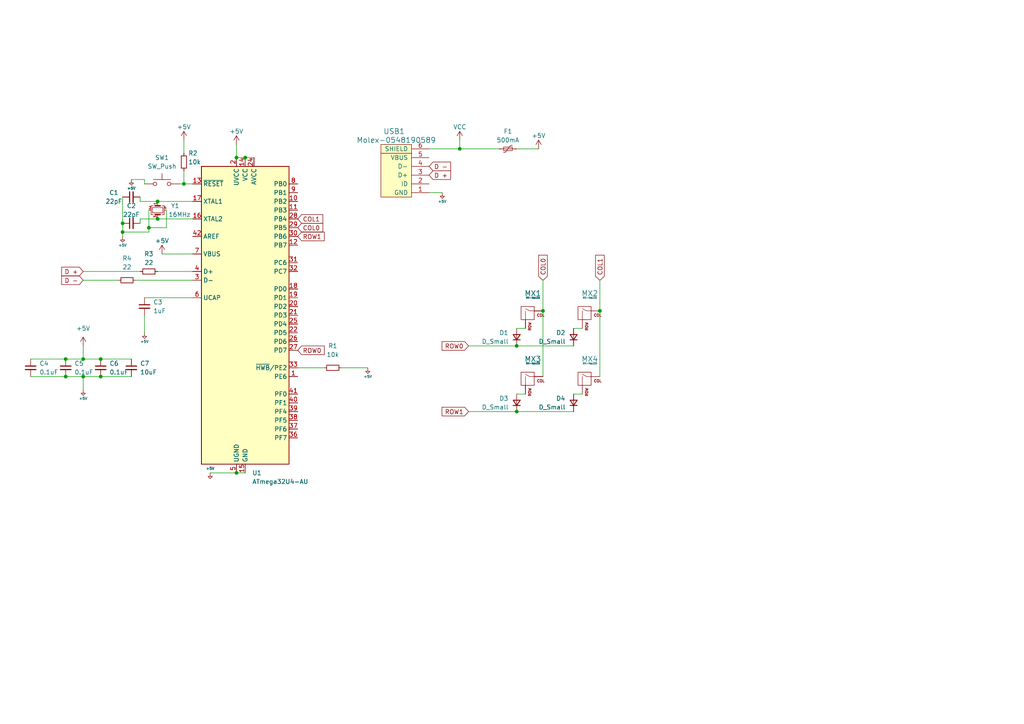
<source format=kicad_sch>
(kicad_sch (version 20211123) (generator eeschema)
  (paper "A4")
  (lib_symbols
    (symbol "Device:C_Small" (pin_numbers hide) (pin_names (offset 0.254) hide)
      (property "Reference" "C" (at 0.254 1.778 0))
      (property "Value" "C_Small" (at 0.254 -2.032 0))
      (symbol "C_Small_0_1"
        (polyline (pts (xy -1.524 -0.508) (xy 1.524 -0.508)) (stroke (width 0.3302)))
        (polyline (pts (xy -1.524 0.508) (xy 1.524 0.508)) (stroke (width 0.3048)))
      )
      (symbol "C_Small_1_1"
        (pin passive line (at 0 2.54 270) (length 2.032) (name "~") (number "1"))
        (pin passive line (at 0 -2.54 90) (length 2.032) (name "~") (number "2"))
      )
    )
    (symbol "Device:Crystal_GND24_Small" (pin_names (offset 1.016) hide)
      (property "Reference" "Y" (at 1.27 4.445 0))
      (property "Value" "Crystal_GND24_Small" (at 1.27 2.54 0))
      (symbol "Crystal_GND24_Small_0_1"
        (rectangle (start -0.762 -1.524) (end 0.762 1.524))
        (polyline (pts (xy -1.27 -0.762) (xy -1.27 0.762)) (stroke (width 0.381)))
        (polyline (pts (xy 1.27 -0.762) (xy 1.27 0.762)) (stroke (width 0.381)))
        (polyline (pts (xy -1.27 -1.27) (xy -1.27 -1.905) (xy 1.27 -1.905) (xy 1.27 -1.27)))
        (polyline (pts (xy -1.27 1.27) (xy -1.27 1.905) (xy 1.27 1.905) (xy 1.27 1.27)))
      )
      (symbol "Crystal_GND24_Small_1_1"
        (pin passive line (at -2.54 0 0) (length 1.27) (name "1") (number "1"))
        (pin passive line (at 0 -2.54 90) (length 0.635) (name "2") (number "2"))
        (pin passive line (at 2.54 0 180) (length 1.27) (name "3") (number "3"))
        (pin passive line (at 0 2.54 270) (length 0.635) (name "4") (number "4"))
      )
    )
    (symbol "Device:D_Small" (pin_numbers hide) (pin_names (offset 0.254) hide)
      (property "Reference" "D" (at -1.27 2.032 0))
      (property "Value" "D_Small" (at -3.81 -2.032 0))
      (symbol "D_Small_0_1"
        (polyline (pts (xy -0.762 -1.016) (xy -0.762 1.016)) (stroke (width 0.254)))
        (polyline (pts (xy -0.762 0) (xy 0.762 0)))
        (polyline (pts (xy 0.762 -1.016) (xy -0.762 0) (xy 0.762 1.016) (xy 0.762 -1.016)) (stroke (width 0.254)))
      )
      (symbol "D_Small_1_1"
        (pin passive line (at -2.54 0 0) (length 1.778) (name "K") (number "1"))
        (pin passive line (at 2.54 0 180) (length 1.778) (name "A") (number "2"))
      )
    )
    (symbol "Device:Polyfuse_Small" (pin_numbers hide) (pin_names (offset 0))
      (property "Reference" "F" (at -1.905 0 90))
      (property "Value" "Polyfuse_Small" (at 1.905 0 90))
      (symbol "Polyfuse_Small_0_1"
        (rectangle (start -0.508 1.27) (end 0.508 -1.27))
        (polyline (pts (xy 0 2.54) (xy 0 -2.54)))
        (polyline (pts (xy -1.016 1.27) (xy -1.016 0.762) (xy 1.016 -0.762) (xy 1.016 -1.27)))
      )
      (symbol "Polyfuse_Small_1_1"
        (pin passive line (at 0 2.54 270) (length 0.635) (name "~") (number "1"))
        (pin passive line (at 0 -2.54 90) (length 0.635) (name "~") (number "2"))
      )
    )
    (symbol "Device:R_Small" (pin_numbers hide) (pin_names (offset 0.254) hide)
      (property "Reference" "R" (at 0.762 0.508 0))
      (property "Value" "R_Small" (at 0.762 -1.016 0))
      (symbol "R_Small_0_1"
        (rectangle (start -0.762 1.778) (end 0.762 -1.778) (stroke (width 0.2032)))
      )
      (symbol "R_Small_1_1"
        (pin passive line (at 0 2.54 270) (length 0.762) (name "~") (number "1"))
        (pin passive line (at 0 -2.54 90) (length 0.762) (name "~") (number "2"))
      )
    )
    (symbol "MCU_Microchip_ATmega:ATmega32U4-A"
      (property "Reference" "U" (at -12.7 44.45 0))
      (property "Value" "ATmega32U4-A" (at 2.54 -44.45 0))
      (symbol "ATmega32U4-A_0_1"
        (rectangle (start -12.7 -43.18) (end 12.7 43.18) (stroke (width 0.254)) (fill (type background)))
      )
      (symbol "ATmega32U4-A_1_1"
        (pin bidirectional line (at 15.24 -17.78 180) (length 2.54) (name "PE6") (number "1"))
        (pin bidirectional line (at 15.24 33.02 180) (length 2.54) (name "PB2") (number "10"))
        (pin bidirectional line (at 15.24 30.48 180) (length 2.54) (name "PB3") (number "11"))
        (pin bidirectional line (at 15.24 20.32 180) (length 2.54) (name "PB7") (number "12"))
        (pin input line (at -15.24 38.1 0) (length 2.54) (name "~{RESET}") (number "13"))
        (pin power_in line (at 0 45.72 270) (length 2.54) (name "VCC") (number "14"))
        (pin power_in line (at 0 -45.72 90) (length 2.54) (name "GND") (number "15"))
        (pin output line (at -15.24 27.94 0) (length 2.54) (name "XTAL2") (number "16"))
        (pin input line (at -15.24 33.02 0) (length 2.54) (name "XTAL1") (number "17"))
        (pin bidirectional line (at 15.24 7.62 180) (length 2.54) (name "PD0") (number "18"))
        (pin bidirectional line (at 15.24 5.08 180) (length 2.54) (name "PD1") (number "19"))
        (pin power_in line (at -2.54 45.72 270) (length 2.54) (name "UVCC") (number "2"))
        (pin bidirectional line (at 15.24 2.54 180) (length 2.54) (name "PD2") (number "20"))
        (pin bidirectional line (at 15.24 0 180) (length 2.54) (name "PD3") (number "21"))
        (pin bidirectional line (at 15.24 -5.08 180) (length 2.54) (name "PD5") (number "22"))
        (pin passive line (at 0 -45.72 90) (length 2.54) hide (name "GND") (number "23"))
        (pin power_in line (at 2.54 45.72 270) (length 2.54) (name "AVCC") (number "24"))
        (pin bidirectional line (at 15.24 -2.54 180) (length 2.54) (name "PD4") (number "25"))
        (pin bidirectional line (at 15.24 -7.62 180) (length 2.54) (name "PD6") (number "26"))
        (pin bidirectional line (at 15.24 -10.16 180) (length 2.54) (name "PD7") (number "27"))
        (pin bidirectional line (at 15.24 27.94 180) (length 2.54) (name "PB4") (number "28"))
        (pin bidirectional line (at 15.24 25.4 180) (length 2.54) (name "PB5") (number "29"))
        (pin bidirectional line (at -15.24 10.16 0) (length 2.54) (name "D-") (number "3"))
        (pin bidirectional line (at 15.24 22.86 180) (length 2.54) (name "PB6") (number "30"))
        (pin bidirectional line (at 15.24 15.24 180) (length 2.54) (name "PC6") (number "31"))
        (pin bidirectional line (at 15.24 12.7 180) (length 2.54) (name "PC7") (number "32"))
        (pin bidirectional line (at 15.24 -15.24 180) (length 2.54) (name "~{HWB}/PE2") (number "33"))
        (pin passive line (at 0 45.72 270) (length 2.54) hide (name "VCC") (number "34"))
        (pin passive line (at 0 -45.72 90) (length 2.54) hide (name "GND") (number "35"))
        (pin bidirectional line (at 15.24 -35.56 180) (length 2.54) (name "PF7") (number "36"))
        (pin bidirectional line (at 15.24 -33.02 180) (length 2.54) (name "PF6") (number "37"))
        (pin bidirectional line (at 15.24 -30.48 180) (length 2.54) (name "PF5") (number "38"))
        (pin bidirectional line (at 15.24 -27.94 180) (length 2.54) (name "PF4") (number "39"))
        (pin bidirectional line (at -15.24 12.7 0) (length 2.54) (name "D+") (number "4"))
        (pin bidirectional line (at 15.24 -25.4 180) (length 2.54) (name "PF1") (number "40"))
        (pin bidirectional line (at 15.24 -22.86 180) (length 2.54) (name "PF0") (number "41"))
        (pin passive line (at -15.24 22.86 0) (length 2.54) (name "AREF") (number "42"))
        (pin passive line (at 0 -45.72 90) (length 2.54) hide (name "GND") (number "43"))
        (pin passive line (at 2.54 45.72 270) (length 2.54) hide (name "AVCC") (number "44"))
        (pin passive line (at -2.54 -45.72 90) (length 2.54) (name "UGND") (number "5"))
        (pin passive line (at -15.24 5.08 0) (length 2.54) (name "UCAP") (number "6"))
        (pin input line (at -15.24 17.78 0) (length 2.54) (name "VBUS") (number "7"))
        (pin bidirectional line (at 15.24 38.1 180) (length 2.54) (name "PB0") (number "8"))
        (pin bidirectional line (at 15.24 35.56 180) (length 2.54) (name "PB1") (number "9"))
      )
    )
    (symbol "MX_Alps_Hybrid:MX-NoLED" (pin_names (offset 1.016))
      (property "Reference" "MX" (at -0.635 3.81 0))
      (property "Value" "MX-NoLED" (at -0.635 1.27 0))
      (symbol "MX-NoLED_0_0"
        (rectangle (start -2.54 2.54) (end 1.27 -1.27))
        (polyline (pts (xy -1.27 -1.27) (xy -1.27 1.27)) (stroke (width 0.127)))
        (polyline (pts (xy 1.27 1.27) (xy 0 1.27) (xy -1.27 1.905)) (stroke (width 0.127)))
        (text "COL" (at 3.175 0 0) (effects (font (size 0.762 0.762))))
        (text "ROW" (at 0 -1.905 900) (effects (font (size 0.762 0.762)) (justify right)))
      )
      (symbol "MX-NoLED_1_1"
        (pin passive line (at 3.81 1.27 180) (length 2.54) (name "COL") (number "1"))
        (pin passive line (at -1.27 -3.81 90) (length 2.54) (name "ROW") (number "2"))
      )
    )
    (symbol "Switch:SW_Push" (pin_numbers hide) (pin_names (offset 1.016) hide)
      (property "Reference" "SW" (at 1.27 2.54 0))
      (property "Value" "SW_Push" (at 0 -1.524 0))
      (symbol "SW_Push_0_1"
        (circle (center -2.032 0) (radius 0.508))
        (polyline (pts (xy 0 1.27) (xy 0 3.048)))
        (polyline (pts (xy 2.54 1.27) (xy -2.54 1.27)))
        (circle (center 2.032 0) (radius 0.508))
        (pin passive line (at -5.08 0 0) (length 2.54) (name "1") (number "1"))
        (pin passive line (at 5.08 0 180) (length 2.54) (name "2") (number "2"))
      )
    )
    (symbol "keyboard_parts:GND" (power) (pin_names (offset 0))
      (property "Value" "GND" (at 0 -2.54 0))
      (symbol "GND_0_0"
        (pin power_in line (at 0 0 90) (length 0) hide (name "+5V") (number "1"))
      )
      (symbol "GND_0_1"
        (polyline (pts (xy 0 -1.651) (xy 0.635 -1.016) (xy -0.635 -1.016) (xy 0 -1.651)))
      )
      (symbol "GND_1_1"
        (polyline (pts (xy 0 0) (xy 0 -1.016) (xy 0 -1.016)))
      )
    )
    (symbol "power:+5V" (power) (pin_names (offset 0))
      (property "Value" "+5V" (at 0 3.556 0))
      (symbol "+5V_0_1"
        (polyline (pts (xy -0.762 1.27) (xy 0 2.54)))
        (polyline (pts (xy 0 0) (xy 0 2.54)))
        (polyline (pts (xy 0 2.54) (xy 0.762 1.27)))
      )
      (symbol "+5V_1_1"
        (pin power_in line (at 0 0 90) (length 0) hide (name "+5V") (number "1"))
      )
    )
    (symbol "power:VCC" (power) (pin_names (offset 0))
      (property "Value" "VCC" (at 0 3.81 0))
      (symbol "VCC_0_1"
        (polyline (pts (xy -0.762 1.27) (xy 0 2.54)))
        (polyline (pts (xy 0 0) (xy 0 2.54)))
        (polyline (pts (xy 0 2.54) (xy 0.762 1.27)))
      )
      (symbol "VCC_1_1"
        (pin power_in line (at 0 0 90) (length 0) hide (name "VCC") (number "1"))
      )
    )
    (symbol "random-keyboard-parts:Molex-0548190589" (pin_names (offset 1.016))
      (property "Reference" "USB" (at 0 7.62 0))
      (property "Value" "Molex-0548190589" (at 0 10.16 0))
      (symbol "Molex-0548190589_0_0"
        (polyline (pts (xy 6.35 -2.54) (xy 6.35 6.35)))
        (rectangle (start 8.89 -2.54) (end -6.35 6.35) (fill (type background)))
      )
      (symbol "Molex-0548190589_1_1"
        (pin input line (at -5.08 -7.62 90) (length 5.08) (name "GND") (number "1"))
        (pin input line (at -2.54 -7.62 90) (length 5.08) (name "ID") (number "2"))
        (pin input line (at 0 -7.62 90) (length 5.08) (name "D+") (number "3"))
        (pin input line (at 2.54 -7.62 90) (length 5.08) (name "D-") (number "4"))
        (pin input line (at 5.08 -7.62 90) (length 5.08) (name "VBUS") (number "5"))
        (pin input line (at 7.62 -7.62 90) (length 5.08) (name "SHIELD") (number "6"))
      )
    )
  )
  (junction (at 24.13 104.14))
  (junction (at 71.12 45.72))
  (junction (at 149.86 119.38))
  (junction (at 173.99 90.17))
  (junction (at 45.72 58.42))
  (junction (at 53.34 53.34))
  (junction (at 19.05 104.14))
  (junction (at 133.35 43.18))
  (junction (at 29.21 104.14))
  (junction (at 35.56 64.77))
  (junction (at 24.13 109.22))
  (junction (at 29.21 109.22))
  (junction (at 68.58 137.16))
  (junction (at 149.86 100.33))
  (junction (at 35.56 67.31))
  (junction (at 19.05 109.22))
  (junction (at 68.58 45.72))
  (junction (at 45.72 63.5))
  (junction (at 157.48 90.17))
  (junction (at 43.18 66.04))
  (wire (pts (xy 24.13 100.33) (xy 24.13 104.14)))
  (wire (pts (xy 45.72 63.5) (xy 55.88 63.5)))
  (wire (pts (xy 48.26 66.04) (xy 43.18 66.04)))
  (wire (pts (xy 133.35 43.18) (xy 144.78 43.18)))
  (wire (pts (xy 45.72 58.42) (xy 55.88 58.42)))
  (wire (pts (xy 45.72 78.74) (xy 55.88 78.74)))
  (wire (pts (xy 24.13 81.28) (xy 34.29 81.28)))
  (wire (pts (xy 24.13 109.22) (xy 24.13 113.03)))
  (wire (pts (xy 43.18 60.96) (xy 43.18 66.04)))
  (wire (pts (xy 53.34 53.34) (xy 55.88 53.34)))
  (wire (pts (xy 19.05 109.22) (xy 24.13 109.22)))
  (wire (pts (xy 38.1 52.07) (xy 41.91 52.07)))
  (wire (pts (xy 68.58 137.16) (xy 71.12 137.16)))
  (wire (pts (xy 60.96 137.16) (xy 68.58 137.16)))
  (wire (pts (xy 40.64 63.5) (xy 45.72 63.5)))
  (wire (pts (xy 40.64 58.42) (xy 45.72 58.42)))
  (wire (pts (xy 149.86 43.18) (xy 156.21 43.18)))
  (wire (pts (xy 86.36 106.68) (xy 93.98 106.68)))
  (wire (pts (xy 35.56 57.15) (xy 35.56 64.77)))
  (wire (pts (xy 48.26 60.96) (xy 48.26 66.04)))
  (wire (pts (xy 68.58 41.91) (xy 68.58 45.72)))
  (wire (pts (xy 149.86 100.33) (xy 166.37 100.33)))
  (wire (pts (xy 133.35 40.64) (xy 133.35 43.18)))
  (wire (pts (xy 8.89 109.22) (xy 19.05 109.22)))
  (wire (pts (xy 55.88 73.66) (xy 46.99 73.66)))
  (wire (pts (xy 166.37 114.3) (xy 168.91 114.3)))
  (wire (pts (xy 53.34 40.64) (xy 53.34 44.45)))
  (wire (pts (xy 41.91 86.36) (xy 55.88 86.36)))
  (wire (pts (xy 173.99 90.17) (xy 173.99 109.22)))
  (wire (pts (xy 35.56 67.31) (xy 35.56 68.58)))
  (wire (pts (xy 29.21 104.14) (xy 38.1 104.14)))
  (wire (pts (xy 157.48 90.17) (xy 157.48 109.22)))
  (wire (pts (xy 40.64 57.15) (xy 40.64 58.42)))
  (wire (pts (xy 166.37 95.25) (xy 168.91 95.25)))
  (wire (pts (xy 149.86 119.38) (xy 166.37 119.38)))
  (wire (pts (xy 157.48 81.28) (xy 157.48 90.17)))
  (wire (pts (xy 41.91 91.44) (xy 41.91 96.52)))
  (wire (pts (xy 40.64 64.77) (xy 40.64 63.5)))
  (wire (pts (xy 71.12 45.72) (xy 73.66 45.72)))
  (wire (pts (xy 135.89 119.38) (xy 149.86 119.38)))
  (wire (pts (xy 24.13 104.14) (xy 29.21 104.14)))
  (wire (pts (xy 135.89 100.33) (xy 149.86 100.33)))
  (wire (pts (xy 19.05 104.14) (xy 24.13 104.14)))
  (wire (pts (xy 52.07 53.34) (xy 53.34 53.34)))
  (wire (pts (xy 35.56 67.31) (xy 43.18 67.31)))
  (wire (pts (xy 124.46 55.88) (xy 128.27 55.88)))
  (wire (pts (xy 41.91 52.07) (xy 41.91 53.34)))
  (wire (pts (xy 29.21 109.22) (xy 38.1 109.22)))
  (wire (pts (xy 24.13 109.22) (xy 29.21 109.22)))
  (wire (pts (xy 24.13 78.74) (xy 40.64 78.74)))
  (wire (pts (xy 149.86 114.3) (xy 152.4 114.3)))
  (wire (pts (xy 173.99 81.28) (xy 173.99 90.17)))
  (wire (pts (xy 53.34 49.53) (xy 53.34 53.34)))
  (wire (pts (xy 43.18 66.04) (xy 43.18 67.31)))
  (wire (pts (xy 124.46 43.18) (xy 133.35 43.18)))
  (wire (pts (xy 149.86 95.25) (xy 152.4 95.25)))
  (wire (pts (xy 8.89 104.14) (xy 19.05 104.14)))
  (wire (pts (xy 35.56 64.77) (xy 35.56 67.31)))
  (wire (pts (xy 39.37 81.28) (xy 55.88 81.28)))
  (wire (pts (xy 68.58 45.72) (xy 71.12 45.72)))
  (wire (pts (xy 99.06 106.68) (xy 106.68 106.68)))
  (global_label "ROW1" (shape input) (at 86.36 68.58 0) (property "Intersheet References" "${INTERSHEET_REFS}" (effects hide)))
  (global_label "COL0" (shape input) (at 157.48 81.28 90) (property "Intersheet References" "${INTERSHEET_REFS}" (effects hide)))
  (global_label "COL1" (shape input) (at 173.99 81.28 90) (property "Intersheet References" "${INTERSHEET_REFS}" (effects hide)))
  (global_label "D +" (shape input) (at 24.13 78.74 180) (property "Intersheet References" "${INTERSHEET_REFS}" (effects hide)))
  (global_label "COL1" (shape input) (at 86.36 63.5 0) (property "Intersheet References" "${INTERSHEET_REFS}" (effects hide)))
  (global_label "COL0" (shape input) (at 86.36 66.04 0) (property "Intersheet References" "${INTERSHEET_REFS}" (effects hide)))
  (global_label "D -" (shape input) (at 124.46 48.26 0) (property "Intersheet References" "${INTERSHEET_REFS}" (effects hide)))
  (global_label "ROW0" (shape input) (at 86.36 101.6 0) (property "Intersheet References" "${INTERSHEET_REFS}" (effects hide)))
  (global_label "D +" (shape input) (at 124.46 50.8 0) (property "Intersheet References" "${INTERSHEET_REFS}" (effects hide)))
  (global_label "ROW1" (shape input) (at 135.89 119.38 180) (property "Intersheet References" "${INTERSHEET_REFS}" (effects hide)))
  (global_label "ROW0" (shape input) (at 135.89 100.33 180) (property "Intersheet References" "${INTERSHEET_REFS}" (effects hide)))
  (global_label "D -" (shape input) (at 24.13 81.28 180) (property "Intersheet References" "${INTERSHEET_REFS}" (effects hide)))
  (symbol (lib_id "MX_Alps_Hybrid:MX-NoLED") (at 170.18 91.44 0) (unit 1)
    (property "Reference" "MX2" (at 171.0656 85.09 0) (effects (font (size 1.524 1.524))))
    (property "Value" "MX-NoLED" (at 171.0656 86.36 0) (effects (font (size 0.508 0.508))))
    (property "Footprint" "MX_Alps_Hybrid:MX-1U-NoLED" (effects hide))
  )
  (symbol (lib_id "MCU_Microchip_ATmega:ATmega32U4-A") (at 71.12 91.44 0) (unit 1)
    (property "Reference" "U1" (at 73.1394 137.16 0) (effects (justify left)))
    (property "Value" "ATmega32U4-AU" (at 73.1394 139.7 0) (effects (justify left)))
    (property "Footprint" "Package_QFP:TQFP-44_10x10mm_P0.8mm" (effects hide))
    (property "Datasheet" "http://ww1.microchip.com/downloads/en/DeviceDoc/Atmel-7766-8-bit-AVR-ATmega16U4-32U4_Datasheet.pdf" (effects hide))
  )
  (symbol (lib_id "power:+5V") (at 53.34 40.64 0) (unit 1)
    (property "Reference" "#PWR0109" (effects hide))
    (property "Value" "+5V" (at 53.34 36.83 0))
  )
  (symbol (lib_id "Device:D_Small") (at 149.86 97.79 90) (unit 1)
    (property "Reference" "D1" (at 144.78 96.52 90) (effects (justify right)))
    (property "Value" "D_Small" (at 139.7 99.06 90) (effects (justify right)))
    (property "Footprint" "Diode_SMD:D_SOD-123" (effects hide))
  )
  (symbol (lib_id "power:+5V") (at 156.21 43.18 0) (unit 1)
    (property "Reference" "#PWR0107" (effects hide))
    (property "Value" "+5V" (at 156.21 39.37 0))
  )
  (symbol (lib_id "Device:R_Small") (at 43.18 78.74 90) (unit 1)
    (property "Reference" "R3" (at 43.18 73.66 90))
    (property "Value" "22" (at 43.18 76.2 90))
    (property "Footprint" "Resistor_SMD:R_0805_2012Metric" (effects hide))
  )
  (symbol (lib_id "keyboard_parts:GND") (at 60.96 137.16 0) (unit 1)
    (property "Reference" "#PWR0112" (effects hide))
    (property "Value" "GND" (at 60.96 135.89 0) (effects (font (size 0.762 0.762))))
  )
  (symbol (lib_id "Device:D_Small") (at 166.37 97.79 90) (unit 1)
    (property "Reference" "D2" (at 161.29 96.52 90) (effects (justify right)))
    (property "Value" "D_Small" (at 156.21 99.06 90) (effects (justify right)))
    (property "Footprint" "Diode_SMD:D_SOD-123" (effects hide))
  )
  (symbol (lib_id "Device:C_Small") (at 38.1 64.77 90) (unit 1)
    (property "Reference" "C2" (at 38.1 59.69 90))
    (property "Value" "22pF" (at 38.1 62.23 90))
    (property "Footprint" "Capacitor_SMD:C_0805_2012Metric" (effects hide))
  )
  (symbol (lib_id "MX_Alps_Hybrid:MX-NoLED") (at 153.67 91.44 0) (unit 1)
    (property "Reference" "MX1" (at 154.5556 85.09 0) (effects (font (size 1.524 1.524))))
    (property "Value" "MX-NoLED" (at 154.5556 86.36 0) (effects (font (size 0.508 0.508))))
    (property "Footprint" "MX_Alps_Hybrid:MX-1U-NoLED" (effects hide))
  )
  (symbol (lib_id "Device:R_Small") (at 53.34 46.99 0) (unit 1)
    (property "Reference" "R2" (at 54.61 44.45 0) (effects (justify left)))
    (property "Value" "10k" (at 54.61 46.99 0) (effects (justify left)))
    (property "Footprint" "Resistor_SMD:R_0805_2012Metric" (effects hide))
  )
  (symbol (lib_id "power:+5V") (at 24.13 100.33 0) (unit 1)
    (property "Reference" "#PWR0102" (effects hide))
    (property "Value" "+5V" (at 24.13 95.25 0))
  )
  (symbol (lib_id "Device:R_Small") (at 36.83 81.28 90) (unit 1)
    (property "Reference" "R4" (at 36.83 74.93 90))
    (property "Value" "22" (at 36.83 77.47 90))
    (property "Footprint" "Resistor_SMD:R_0805_2012Metric" (effects hide))
  )
  (symbol (lib_id "keyboard_parts:GND") (at 106.68 106.68 0) (unit 1)
    (property "Reference" "#PWR0106" (effects hide))
    (property "Value" "GND" (at 106.68 109.22 0) (effects (font (size 0.762 0.762))))
  )
  (symbol (lib_id "Device:C_Small") (at 8.89 106.68 0) (unit 1)
    (property "Reference" "C4" (at 11.43 105.4162 0) (effects (justify left)))
    (property "Value" "0.1uF" (at 11.43 107.9562 0) (effects (justify left)))
    (property "Footprint" "Capacitor_SMD:C_0805_2012Metric" (effects hide))
  )
  (symbol (lib_id "keyboard_parts:GND") (at 35.56 68.58 0) (unit 1)
    (property "Reference" "#PWR0111" (effects hide))
    (property "Value" "GND" (at 35.56 71.12 0) (effects (font (size 0.762 0.762))))
  )
  (symbol (lib_id "keyboard_parts:GND") (at 128.27 55.88 0) (unit 1)
    (property "Reference" "#PWR0105" (effects hide))
    (property "Value" "GND" (at 128.27 58.42 0) (effects (font (size 0.762 0.762))))
  )
  (symbol (lib_id "MX_Alps_Hybrid:MX-NoLED") (at 170.18 110.49 0) (unit 1)
    (property "Reference" "MX4" (at 171.0656 104.14 0) (effects (font (size 1.524 1.524))))
    (property "Value" "MX-NoLED" (at 171.0656 105.41 0) (effects (font (size 0.508 0.508))))
    (property "Footprint" "MX_Alps_Hybrid:MX-1U-NoLED" (effects hide))
  )
  (symbol (lib_id "Device:C_Small") (at 19.05 106.68 0) (unit 1)
    (property "Reference" "C5" (at 21.59 105.4162 0) (effects (justify left)))
    (property "Value" "0.1uF" (at 21.59 107.9562 0) (effects (justify left)))
    (property "Footprint" "Capacitor_SMD:C_0805_2012Metric" (effects hide))
  )
  (symbol (lib_id "MX_Alps_Hybrid:MX-NoLED") (at 153.67 110.49 0) (unit 1)
    (property "Reference" "MX3" (at 154.5556 104.14 0) (effects (font (size 1.524 1.524))))
    (property "Value" "MX-NoLED" (at 154.5556 105.41 0) (effects (font (size 0.508 0.508))))
    (property "Footprint" "MX_Alps_Hybrid:MX-1U-NoLED" (effects hide))
  )
  (symbol (lib_id "power:VCC") (at 133.35 40.64 0) (unit 1)
    (property "Reference" "#PWR0104" (effects hide))
    (property "Value" "VCC" (at 133.35 36.83 0))
  )
  (symbol (lib_id "Device:C_Small") (at 29.21 106.68 0) (unit 1)
    (property "Reference" "C6" (at 31.75 105.4162 0) (effects (justify left)))
    (property "Value" "0.1uF" (at 31.75 107.9562 0) (effects (justify left)))
    (property "Footprint" "Capacitor_SMD:C_0805_2012Metric" (effects hide))
  )
  (symbol (lib_id "power:+5V") (at 68.58 41.91 0) (unit 1)
    (property "Reference" "#PWR0108" (effects hide))
    (property "Value" "+5V" (at 68.58 38.1 0))
  )
  (symbol (lib_id "Device:R_Small") (at 96.52 106.68 90) (unit 1)
    (property "Reference" "R1" (at 96.52 100.33 90))
    (property "Value" "10k" (at 96.52 102.87 90))
    (property "Footprint" "Resistor_SMD:R_0805_2012Metric" (effects hide))
  )
  (symbol (lib_id "Device:Crystal_GND24_Small") (at 45.72 60.96 270) (unit 1)
    (property "Reference" "Y1" (at 50.8 59.69 90))
    (property "Value" "16MHz" (at 52.07 62.23 90))
    (property "Footprint" "Crystal:Crystal_SMD_3225-4Pin_3.2x2.5mm" (effects hide))
  )
  (symbol (lib_id "Device:C_Small") (at 41.91 88.9 0) (unit 1)
    (property "Reference" "C3" (at 44.45 87.6362 0) (effects (justify left)))
    (property "Value" "1uF" (at 44.45 90.1762 0) (effects (justify left)))
    (property "Footprint" "Capacitor_SMD:C_0805_2012Metric" (effects hide))
  )
  (symbol (lib_id "power:+5V") (at 46.99 73.66 0) (unit 1)
    (property "Reference" "#PWR0113" (effects hide))
    (property "Value" "+5V" (at 46.99 69.85 0))
  )
  (symbol (lib_id "Device:Polyfuse_Small") (at 147.32 43.18 90) (unit 1)
    (property "Reference" "F1" (at 147.32 38.1 90))
    (property "Value" "500mA" (at 147.32 40.64 90))
    (property "Footprint" "Fuse:Fuse_1206_3216Metric" (effects hide))
  )
  (symbol (lib_id "Device:D_Small") (at 149.86 116.84 90) (unit 1)
    (property "Reference" "D3" (at 144.78 115.57 90) (effects (justify right)))
    (property "Value" "D_Small" (at 139.7 118.11 90) (effects (justify right)))
    (property "Footprint" "Diode_SMD:D_SOD-123" (effects hide))
  )
  (symbol (lib_id "Switch:SW_Push") (at 46.99 53.34 0) (unit 1)
    (property "Reference" "SW1" (at 46.99 45.72 0))
    (property "Value" "SW_Push" (at 46.99 48.26 0))
    (property "Footprint" "random-keyboard-parts:SKQG-1155865" (effects hide))
  )
  (symbol (lib_id "Device:C_Small") (at 38.1 106.68 0) (unit 1)
    (property "Reference" "C7" (at 40.64 105.4162 0) (effects (justify left)))
    (property "Value" "10uF" (at 40.64 107.9562 0) (effects (justify left)))
    (property "Footprint" "Capacitor_SMD:C_0805_2012Metric" (effects hide))
  )
  (symbol (lib_id "keyboard_parts:GND") (at 41.91 96.52 0) (unit 1)
    (property "Reference" "#PWR0101" (effects hide))
    (property "Value" "GND" (at 41.91 99.06 0) (effects (font (size 0.762 0.762))))
  )
  (symbol (lib_id "keyboard_parts:GND") (at 24.13 113.03 0) (unit 1)
    (property "Reference" "#PWR0103" (effects hide))
    (property "Value" "GND" (at 24.13 115.57 0) (effects (font (size 0.762 0.762))))
  )
  (symbol (lib_id "Device:C_Small") (at 38.1 57.15 90) (unit 1)
    (property "Reference" "C1" (at 33.02 55.88 90))
    (property "Value" "22pF" (at 33.02 58.42 90))
    (property "Footprint" "Capacitor_SMD:C_0805_2012Metric" (effects hide))
  )
  (symbol (lib_id "random-keyboard-parts:Molex-0548190589") (at 116.84 50.8 90) (unit 1)
    (property "Reference" "USB1" (at 114.3 38.1 90) (effects (font (size 1.524 1.524))))
    (property "Value" "Molex-0548190589" (at 114.935 40.64 90) (effects (font (size 1.524 1.524))))
    (property "Footprint" "random-keyboard-parts:Molex-0548190589" (effects hide))
  )
  (symbol (lib_id "Device:D_Small") (at 166.37 116.84 90) (unit 1)
    (property "Reference" "D4" (at 161.29 115.57 90) (effects (justify right)))
    (property "Value" "D_Small" (at 156.21 118.11 90) (effects (justify right)))
    (property "Footprint" "Diode_SMD:D_SOD-123" (effects hide))
  )
  (symbol (lib_id "keyboard_parts:GND") (at 38.1 52.07 0) (unit 1)
    (property "Reference" "#PWR0110" (effects hide))
    (property "Value" "GND" (at 38.1 54.61 0) (effects (font (size 0.762 0.762))))
  )
)
</source>
